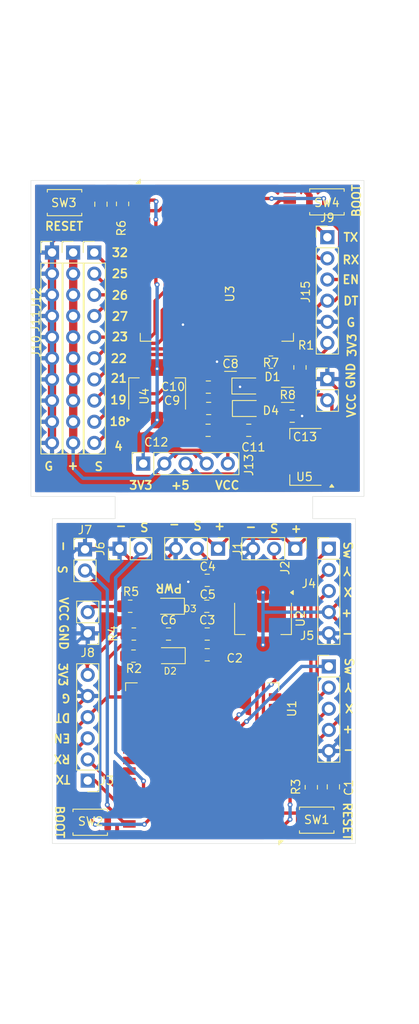
<source format=kicad_pcb>
(kicad_pcb (version 20241229) (generator "pcbnew") (generator_version "9.0")
  (layers (0 "F.Cu" signal) (2 "B.Cu" signal) (13 "F.Paste" user) (15 "B.Paste" user) (5 "F.SilkS" user "F.Silkscreen") (7 "B.SilkS" user "B.Silkscreen") (1 "F.Mask" user) (3 "B.Mask" user) (25 "Edge.Cuts" user))
  (net 0 "")
  (net 1 "EN")
  (net 2 "GND")
  (net 3 "+3V3")
  (net 4 "+5V")
  (net 5 "R_EN")
  (net 6 "Net-(D2-A)")
  (net 7 "Net-(D3-A)")
  (net 8 "Net-(J1-Pin_2)")
  (net 9 "Net-(J2-Pin_2)")
  (net 10 "TX")
  (net 11 "RX")
  (net 12 "IO0")
  (net 13 "Net-(J4-Pin_1)")
  (net 14 "Net-(J4-Pin_2)")
  (net 15 "Net-(J4-Pin_3)")
  (net 16 "Net-(J5-Pin_1)")
  (net 17 "Net-(J5-Pin_2)")
  (net 18 "Net-(J5-Pin_3)")
  (net 19 "Net-(J6-Pin_2)")
  (net 20 "Net-(J7-Pin_2)")
  (net 35 "GPIO2")
  (net 41 "GND1")
  (net 42 "R_IO0")
  (net 43 "+3.3V")
  (net 44 "+5VA")
  (net 45 "Net-(D1-A)")
  (net 46 "Net-(D4-A)")
  (net 47 "R_TX")
  (net 48 "R_RX")
  (net 49 "Net-(J11-Pin_1)")
  (net 50 "Net-(J12-Pin_9)")
  (net 51 "Net-(J12-Pin_8)")
  (net 52 "Net-(J12-Pin_4)")
  (net 53 "Net-(J12-Pin_7)")
  (net 54 "Net-(J12-Pin_3)")
  (net 55 "Net-(J12-Pin_10)")
  (net 56 "Net-(J12-Pin_6)")
  (net 57 "Net-(J12-Pin_2)")
  (net 58 "Net-(J12-Pin_5)")
  (net 59 "Net-(J12-Pin_1)")
  (net 60 "R_GPIO2")
  (net 74 "+5VL")
  (footprint "Connector_PinHeader_2.54mm:PinHeader_1x06_P2.54mm_Vertical" (layer "F.Cu") (at 127.17 43.97)
    (property "Reference" "J9")
    (property "Value" "Conn_01x06_Pin")
  )
  (footprint "Connector_PinHeader_2.54mm:PinHeader_1x10_P2.54mm_Vertical" (layer "F.Cu") (at 96.643809 45.81)
    (property "Reference" "J11")
    (property "Value" "Conn_01x10_Pin")
  )
  (footprint "Connector_PinHeader_2.54mm:PinHeader_1x03_P2.54mm_Vertical" (layer "F.Cu") (at 123.32 81.375 -90)
    (property "Reference" "J2")
    (property "Value" "POT1")
  )
  (footprint "Resistor_SMD:R_0805_2012Metric_Pad1.20x1.40mm_HandSolder" (layer "F.Cu") (at 103.9325 91.625 180)
    (property "Reference" "R4")
    (property "Value" "10K")
  )
  (footprint "RF_Module:ESP32-WROOM-32E" (layer "F.Cu") (at 112.145 110.435 180)
    (property "Reference" "U1")
    (property "Value" "ESP32-WROOM-32UE")
  )
  (footprint "Resistor_SMD:R_0805_2012Metric_Pad1.20x1.40mm_HandSolder" (layer "F.Cu") (at 103.895 94.275)
    (property "Reference" "R2")
    (property "Value" "330R")
  )
  (footprint "Capacitor_SMD:C_0805_2012Metric_Pad1.18x1.45mm_HandSolder" (layer "F.Cu") (at 122.9525 65.46)
    (property "Reference" "C13")
    (property "Value" "22uF")
  )
  (footprint "Capacitor_SMD:C_0805_2012Metric_Pad1.18x1.45mm_HandSolder" (layer "F.Cu") (at 117.73 67.16 180)
    (property "Reference" "C11")
    (property "Value" "22uF")
  )
  (footprint "Resistor_SMD:R_1206_3216Metric_Pad1.30x1.75mm_HandSolder" (layer "F.Cu") (at 122.3825 62.9)
    (property "Reference" "R8")
    (property "Value" "2K")
  )
  (footprint "Connector_PinSocket_2.54mm:PinSocket_1x05_P2.54mm_Vertical" (layer "F.Cu") (at 105.06 71.155 90)
    (property "Reference" "J13")
    (property "Value" "Conn_01x05_Pin")
  )
  (footprint "Resistor_SMD:R_0805_2012Metric_Pad1.20x1.40mm_HandSolder" (layer "F.Cu") (at 102.58 39.97 90)
    (property "Reference" "R6")
    (property "Value" "10k")
  )
  (footprint "LED_SMD:LED_0805_2012Metric_Pad1.15x1.40mm_HandSolder" (layer "F.Cu") (at 108.145 88.288334 180)
    (property "Reference" "D3")
    (property "Value" "LED")
  )
  (footprint "Button_Switch_SMD:SW_Push_SPST_NO_Alps_SKRK" (layer "F.Cu") (at 98.695 114.225)
    (property "Reference" "SW2")
    (property "Value" "BOOT")
  )
  (footprint "Capacitor_SMD:C_0805_2012Metric_Pad1.18x1.45mm_HandSolder" (layer "F.Cu") (at 112.9175 64.535 180)
    (property "Reference" "C9")
    (property "Value" "0.1uf")
  )
  (footprint "Capacitor_SMD:C_0805_2012Metric_Pad1.18x1.45mm_HandSolder" (layer "F.Cu") (at 112.745 85.175 180)
    (property "Reference" "C4")
    (property "Value" "22uF")
  )
  (footprint "Capacitor_SMD:C_0805_2012Metric_Pad1.18x1.45mm_HandSolder" (layer "F.Cu") (at 127.895 109.975 90)
    (property "Reference" "C1")
    (property "Value" "0.1uF")
  )
  (footprint "Capacitor_SMD:C_0805_2012Metric_Pad1.18x1.45mm_HandSolder" (layer "F.Cu") (at 112.695 88.288334 180)
    (property "Reference" "C5")
    (property "Value" "22uF")
  )
  (footprint "Connector_PinHeader_2.54mm:PinHeader_1x05_P2.54mm_Vertical" (layer "F.Cu") (at 127.345 95.515)
    (property "Reference" "J5")
    (property "Value" "JOY2")
  )
  (footprint "Connector_PinHeader_2.54mm:PinHeader_1x02_P2.54mm_Vertical" (layer "F.Cu") (at 98.395 91.5425 180)
    (property "Reference" "J8")
    (property "Value" "Conn_01x02_Socket")
  )
  (footprint "Resistor_SMD:R_0805_2012Metric_Pad1.20x1.40mm_HandSolder" (layer "F.Cu") (at 125.245 110.025 90)
    (property "Reference" "R3")
    (property "Value" "10k")
  )
  (footprint "Capacitor_SMD:C_0805_2012Metric_Pad1.18x1.45mm_HandSolder" (layer "F.Cu") (at 112.745 94.115)
    (property "Reference" "C2")
    (property "Value" "0.1uf")
  )
  (footprint "Package_TO_SOT_SMD:SOT-223-3_TabPin2" (layer "F.Cu") (at 106.73 62.77 90)
    (property "Reference" "U4")
    (property "Value" "AMS1117-3.3")
  )
  (footprint "Connector_PinHeader_2.54mm:PinHeader_1x02_P2.54mm_Vertical" (layer "F.Cu") (at 127.17 61.01)
    (property "Reference" "J15")
    (property "Value" "Conn_01x02_Socket")
  )
  (footprint "Capacitor_SMD:C_0805_2012Metric_Pad1.18x1.45mm_HandSolder" (layer "F.Cu") (at 108.095 91.625)
    (property "Reference" "C6")
    (property "Value" "0.1uF")
  )
  (footprint "Package_TO_SOT_SMD:SOT-223-3_TabPin2" (layer "F.Cu") (at 119.445 89.775 -90)
    (property "Reference" "U2")
    (property "Value" "AMS1117-3.3")
  )
  (footprint "RF_Module:ESP32-WROOM-32E" (layer "F.Cu") (at 113.905 43.51)
    (property "Reference" "U3")
    (property "Value" "ESP32-WROOM-32UE")
  )
  (footprint "Connector_PinHeader_2.54mm:PinHeader_1x03_P2.54mm_Vertical" (layer "F.Cu") (at 114.045 81.375 -90)
    (property "Reference" "J1")
    (property "Value" "POT2")
  )
  (footprint "LED_SMD:LED_0805_2012Metric_Pad1.15x1.40mm_HandSolder" (layer "F.Cu") (at 117.63 64.54)
    (property "Reference" "D4")
    (property "Value" "LED")
  )
  (footprint "Capacitor_SMD:C_0805_2012Metric_Pad1.18x1.45mm_HandSolder" (layer "F.Cu") (at 99.98 40.0075 90)
    (property "Reference" "C7" (hide yes))
    (property "Value" "0.1uF")
  )
  (footprint "Resistor_SMD:R_0805_2012Metric_Pad1.20x1.40mm_HandSolder" (layer "F.Cu") (at 103.495 88.288334 180)
    (property "Reference" "R5")
    (property "Value" "2K")
  )
  (footprint "Capacitor_SMD:C_0805_2012Metric_Pad1.18x1.45mm_HandSolder" (layer "F.Cu") (at 112.745 91.625)
    (property "Reference" "C3")
    (property "Value" "22uf")
  )
  (footprint "Connector_PinHeader_2.54mm:PinHeader_1x10_P2.54mm_Vertical" (layer "F.Cu") (at 94.103809 45.81)
    (property "Reference" "J10")
    (property "Value" "Conn_01x10_Pin")
  )
  (footprint "LED_SMD:LED_0805_2012Metric_Pad1.15x1.40mm_HandSolder" (layer "F.Cu") (at 117.57 61.84)
    (property "Reference" "D1")
    (property "Value" "Transmission Good")
  )
  (footprint "Resistor_SMD:R_0805_2012Metric_Pad1.20x1.40mm_HandSolder" (layer "F.Cu") (at 123.8825 59.61 -90)
    (property "Reference" "R1")
    (property "Value" "330R")
  )
  (footprint "Connector_PinHeader_2.54mm:PinHeader_1x05_P2.54mm_Vertical" (layer "F.Cu") (at 127.345 81.375)
    (property "Reference" "J4")
    (property "Value" "JOY1")
  )
  (footprint "Connector_PinHeader_2.54mm:PinHeader_1x02_P2.54mm_Vertical" (layer "F.Cu") (at 98.07 81.46)
    (property "Reference" "J7")
    (property "Value" "Conn_01x02_Pin")
  )
  (footprint "Connector_PinHeader_2.54mm:PinHeader_1x06_P2.54mm_Vertical" (layer "F.Cu") (at 98.395 109.225 180)
    (property "Reference" "J3")
    (property "Value" "Conn_01x06_Pin")
  )
  (footprint "Button_Switch_SMD:SW_Push_SPST_NO_Alps_SKRK" (layer "F.Cu") (at 125.895 113.975 180)
    (property "Reference" "SW1")
    (property "Value" "RESET")
  )
  (footprint "Capacitor_SMD:C_1206_3216Metric_Pad1.33x1.80mm_HandSolder" (layer "F.Cu") (at 115.54 59.17 180)
    (property "Reference" "C8")
    (property "Value" "0.1uF")
  )
  (footprint "Capacitor_SMD:C_0805_2012Metric_Pad1.18x1.45mm_HandSolder" (layer "F.Cu") (at 112.85 67.16)
    (property "Reference" "C12")
    (property "Value" "22uF")
  )
  (footprint "LED_SMD:LED_0805_2012Metric_Pad1.15x1.40mm_HandSolder" (layer "F.Cu") (at 108.245 94.225 180)
    (property "Reference" "D2")
    (property "Value" "Transmission Good")
  )
  (footprint "Button_Switch_SMD:SW_Push_SPST_NO_Alps_SKRK" (layer "F.Cu") (at 95.61 39.82)
    (property "Reference" "SW3")
    (property "Value" "RESET")
  )
  (footprint "Connector_PinHeader_2.54mm:PinHeader_1x10_P2.54mm_Vertical" (layer "F.Cu") (at 99.183809 45.81)
    (property "Reference" "J12")
    (property "Value" "Conn_01x10_Pin")
  )
  (footprint "Package_TO_SOT_SMD:SOT-223-3_TabPin2" (layer "F.Cu") (at 124.57 70.35 180)
    (property "Reference" "U5")
    (property "Value" "AMS1117-5.0")
  )
  (footprint "Connector_PinHeader_2.54mm:PinHeader_1x02_P2.54mm_Vertical" (layer "F.Cu") (at 102.22 81.375 90)
    (property "Reference" "J6")
    (property "Value" "Conn_01x02_Pin")
  )
  (footprint "Capacitor_SMD:C_0805_2012Metric_Pad1.18x1.45mm_HandSolder" (layer "F.Cu") (at 112.88 61.97 180)
    (property "Reference" "C10")
    (property "Value" "22uf")
  )
  (footprint "Button_Switch_SMD:SW_Push_SPST_NO_Alps_SKRK" (layer "F.Cu") (at 127.12 39.73 180)
    (property "Reference" "SW4")
    (property "Value" "BOOT")
  )
  (footprint "Resistor_SMD:R_0805_2012Metric_Pad1.20x1.40mm_HandSolder" (layer "F.Cu") (at 120.39 58.97)
    (property "Reference" "R7")
    (property "Value" "10K")
  )
  (gr_line (start 94.145 116.775) (end 94.145 77.77) (stroke (width 0.05)) (layer "Edge.Cuts"))
  (gr_line (start 101.69 75.1) (end 91.57 75.1) (stroke (width 0.05)) (layer "Edge.Cuts"))
  (gr_line (start 125.41 77.77) (end 130.545 77.77) (stroke (width 0.05)) (layer "Edge.Cuts"))
  (gr_line (start 91.57 75.1) (end 91.57 37.16) (stroke (width 0.05)) (layer "Edge.Cuts"))
  (gr_line (start 91.57 37.16) (end 131.57 37.16) (stroke (width 0.05)) (layer "Edge.Cuts"))
  (gr_line (start 94.145 77.77) (end 101.69 77.77) (stroke (width 0.05)) (layer "Edge.Cuts"))
  (gr_line (start 131.57 75.1) (end 125.41 75.1) (stroke (width 0.05)) (layer "Edge.Cuts"))
  (gr_line (start 125.41 75.1) (end 125.41 77.77) (stroke (width 0.05)) (layer "Edge.Cuts"))
  (gr_line (start 131.57 37.16) (end 131.57 75.1) (stroke (width 0.05)) (layer "Edge.Cuts"))
  (gr_line (start 130.545 116.775) (end 94.145 116.775) (stroke (width 0.05)) (layer "Edge.Cuts"))
  (gr_line (start 101.69 77.77) (end 101.69 75.1) (stroke (width 0.05)) (layer "Edge.Cuts"))
  (gr_line (start 130.545 77.77) (end 130.545 116.775) (stroke (width 0.05)) (layer "Edge.Cuts"))
  (gr_text "3V3\n" (at 94.82 94.985 270) (layer "F.SilkS") (effects (font (size 1 1) (thickness 0.2) (bold yes)) (justify left bottom)))
  (gr_text "26\n" (at 101.18 51.53 0) (layer "F.SilkS") (effects (font (size 1 1) (thickness 0.2) (bold yes)) (justify left bottom)))
  (gr_text "-\n" (at 95.97 81.825 90) (layer "F.SilkS") (effects (font (size 1 1) (thickness 0.2) (bold yes)) (justify left bottom)))
  (gr_text "X" (at 130.245 85.975 180) (layer "F.SilkS") (effects (font (size 1 1) (thickness 0.2) (bold yes)) (justify left bottom)))
  (gr_text "23\n" (at 101.18 56.52 0) (layer "F.SilkS") (effects (font (size 1 1) (thickness 0.2) (bold yes)) (justify left bottom)))
  (gr_text "X" (at 130.395 99.931 180) (layer "F.SilkS") (effects (font (size 1 1) (thickness 0.2) (bold yes)) (justify left bottom)))
  (gr_text "+\n" (at 123.945 79.775 90) (layer "F.SilkS") (effects (font (size 1 1) (thickness 0.2) (bold yes)) (justify left bottom)))
  (gr_text "RESET" (at 128.995 111.725 270) (layer "F.SilkS") (effects (font (size 1 1) (thickness 0.2) (bold yes)) (justify left bottom)))
  (gr_text "PWR" (at 109.845 85.525 180) (layer "F.SilkS") (effects (font (size 1 1) (thickness 0.2) (bold yes)) (justify left bottom)))
  (gr_text "Sw" (at 129.045 80.419 270) (layer "F.SilkS") (effects (font (size 1 1) (thickness 0.2) (bold yes)) (justify left bottom)))
  (gr_text "VCC\n" (at 94.92 87.085 270) (layer "F.SilkS") (effects (font (size 1 1) (thickness 0.2) (bold yes)) (justify left bottom)))
  (gr_text "+\n" (at 130.395 102.575 180) (layer "F.SilkS") (effects (font (size 1 1) (thickness 0.2) (bold yes)) (justify left bottom)))
  (gr_text "RESET\n" (at 93.16 43.24 0) (layer "F.SilkS") (effects (font (size 1 1) (thickness 0.2) (bold yes)) (justify left bottom)))
  (gr_text "TX" (at 96.42 108.485 180) (layer "F.SilkS") (effects (font (size 1 1) (thickness 0.2) (bold yes)) (justify left bottom)))
  (gr_text "-\n" (at 103.145 78.175 180) (layer "F.SilkS") (effects (font (size 1 1) (thickness 0.2) (bold yes)) (justify left bottom)))
  (gr_text "18" (at 100.93 66.69 0) (layer "F.SilkS") (effects (font (size 1 1) (thickness 0.2) (bold yes)) (justify left bottom)))
  (gr_text "RX" (at 128.87981 47.28 0) (layer "F.SilkS") (effects (font (size 1 1) (thickness 0.2) (bold yes)) (justify left bottom)))
  (gr_text "EN" (at 96.42 103.535 180) (layer "F.SilkS") (effects (font (size 1 1) (thickness 0.2) (bold yes)) (justify left bottom)))
  (gr_text "22\n" (at 101.05 59.13 0) (layer "F.SilkS") (effects (font (size 1 1) (thickness 0.2) (bold yes)) (justify left bottom)))
  (gr_text "S\n" (at 105.795 78.175 180) (layer "F.SilkS") (effects (font (size 1 1) (thickness 0.2) (bold yes)) (justify left bottom)))
  (gr_text "S\n" (at 96.02 84.485 90) (layer "F.SilkS") (effects (font (size 1 1) (thickness 0.2) (bold yes)) (justify left bottom)))
  (gr_text "S\n" (at 121.395 78.291953 180) (layer "F.SilkS") (effects (font (size 1 1) (thickness 0.2) (bold yes)) (justify left bottom)))
  (gr_text "19\n" (at 101 64.1 0) (layer "F.SilkS") (effects (font (size 1 1) (thickness 0.2) (bold yes)) (justify left bottom)))
  (gr_text "+\n" (at 130.245 88.619 180) (layer "F.SilkS") (effects (font (size 1 1) (thickness 0.2) (bold yes)) (justify left bottom)))
  (gr_text "G" (at 129.356 54.8 0) (layer "F.SilkS") (effects (font (size 1 1) (thickness 0.2) (bold yes)) (justify left bottom)))
  (gr_text "-\n" (at 109.545 77.975 180) (layer "F.SilkS") (effects (font (size 1 1) (thickness 0.2) (bold yes)) (justify left bottom)))
  (gr_text "S\n" (at 112.195 77.975 180) (layer "F.SilkS") (effects (font (size 1 1) (thickness 0.2) (bold yes)) (justify left bottom)))
  (gr_text "BOOT" (at 131.25 41.67 90) (layer "F.SilkS") (effects (font (size 1 1) (thickness 0.2) (bold yes)) (justify left bottom)))
  (gr_text "DT" (at 128.975048 52.21 0) (layer "F.SilkS") (effects (font (size 1 1) (thickness 0.2) (bold yes)) (justify left bottom)))
  (gr_text "+\n" (at 95.87 71.97 0) (layer "F.SilkS") (effects (font (size 1 1) (thickness 0.2) (bold yes)) (justify left bottom)))
  (gr_text "25\n" (at 101.18 48.94 0) (layer "F.SilkS") (effects (font (size 1 1) (thickness 0.2) (bold yes)) (justify left bottom)))
  (gr_text "GND" (at 94.92 90.335 270) (layer "F.SilkS") (effects (font (size 1 1) (thickness 0.2) (bold yes)) (justify left bottom)))
  (gr_text "G" (at 93.08 72.07 0) (layer "F.SilkS") (effects (font (size 1 1) (thickness 0.2) (bold yes)) (justify left bottom)))
  (gr_text "3V3\n" (at 103.26 74.35 0) (layer "F.SilkS") (effects (font (size 1 1) (thickness 0.2) (bold yes)) (justify left bottom)))
  (gr_text "Y" (at 130.245 97.425 180) (layer "F.SilkS") (effects (font (size 1 1) (thickness 0.2) (bold yes)) (justify left bottom)))
  (gr_text "EN" (at 128.87981 49.65 0) (layer "F.SilkS") (effects (font (size 1 1) (thickness 0.2) (bold yes)) (justify left bottom)))
  (gr_text "VCC " (at 113.59 74.35 0) (layer "F.SilkS") (effects (font (size 1 1) (thickness 0.2) (bold yes)) (justify left bottom)))
  (gr_text "G" (at 96.42 98.735 180) (layer "F.SilkS") (effects (font (size 1 1) (thickness 0.2) (bold yes)) (justify left bottom)))
  (gr_text "BOOT\n" (at 94.445 112.125 270) (layer "F.SilkS") (effects (font (size 1 1) (thickness 0.2) (bold yes)) (justify left bottom)))
  (gr_text "DT" (at 96.42 101.085 180) (layer "F.SilkS") (effects (font (size 1 1) (thickness 0.2) (bold yes)) (justify left bottom)))
  (gr_text "RX" (at 96.42 106.035 180) (layer "F.SilkS") (effects (font (size 1 1) (thickness 0.2) (bold yes)) (justify left bottom)))
  (gr_text "VCC " (at 130.65 65.74 90) (layer "F.SilkS") (effects (font (size 1 1) (thickness 0.2) (bold yes)) (justify left bottom)))
  (gr_text "S\n" (at 99.11 72.1 0) (layer "F.SilkS") (effects (font (size 1 1) (thickness 0.2) (bold yes)) (justify left bottom)))
  (gr_text "27" (at 101.18 54.07 0) (layer "F.SilkS") (effects (font (size 1 1) (thickness 0.2) (bold yes)) (justify left bottom)))
  (gr_text "21\n" (at 101.05 61.5 0) (layer "F.SilkS") (effects (font (size 1 1) (thickness 0.2) (bold yes)) (justify left bottom)))
  (gr_text "-\n" (at 118.745 78.291953 180) (layer "F.SilkS") (effects (font (size 1 1) (thickness 0.2) (bold yes)) (justify left bottom)))
  (gr_text "32\n" (at 101.18 46.41 0) (layer "F.SilkS") (effects (font (size 1 1) (thickness 0.2) (bold yes)) (justify left bottom)))
  (gr_text "4\n" (at 101.48 69.66 0) (layer "F.SilkS") (effects (font (size 1 1) (thickness 0.2) (bold yes)) (justify left bottom)))
  (gr_text "TX" (at 128.998857 44.57 0) (layer "F.SilkS") (effects (font (size 1 1) (thickness 0.2) (bold yes)) (justify left bottom)))
  (gr_text "Y" (at 130.095 83.469 180) (layer "F.SilkS") (effects (font (size 1 1) (thickness 0.2) (bold yes)) (justify left bottom)))
  (gr_text "GND" (at 130.57 62.26 90) (layer "F.SilkS") (effects (font (size 1 1) (thickness 0.2) (bold yes)) (justify left bottom)))
  (gr_text "_\n" (at 130.245 105.525 180) (layer "F.SilkS") (effects (font (size 1 1) (thickness 0.2) (bold yes)) (justify left bottom)))
  (gr_text "Sw" (at 129.195 94.375 270) (layer "F.SilkS") (effects (font (size 1 1) (thickness 0.2) (bold yes)) (justify left bottom)))
  (gr_text "+5" (at 108.29 74.35 0) (layer "F.SilkS") (effects (font (size 1 1) (thickness 0.2) (bold yes)) (justify left bottom)))
  (gr_text "_\n" (at 130.095 91.569 180) (layer "F.SilkS") (effects (font (size 1 1) (thickness 0.2) (bold yes)) (justify left bottom)))
  (gr_text "+\n" (at 114.745 79.458047 90) (layer "F.SilkS") (effects (font (size 1 1) (thickness 0.2) (bold yes)) (justify left bottom)))
  (gr_text "3V3\n" (at 130.72 58.45 90) (layer "F.SilkS") (effects (font (size 1 1) (thickness 0.2) (bold yes)) (justify left bottom)))
  (segment (start 123.795 113.125) (end 106.545 113.125) (width 0.4) (layer "F.Cu") (net 1))
  (segment (start 125.245 111.025) (end 124.695 111.025) (width 0.4) (layer "F.Cu") (net 1))
  (segment (start 123.795 113.975) (end 123.795 113.125) (width 0.4) (layer "F.Cu") (net 1))
  (segment (start 106.545 113.125) (end 105.195 114.475) (width 0.4) (layer "F.Cu") (net 1))
  (segment (start 96.745 111.925) (end 99.295 114.475) (width 0.4) (layer "F.Cu") (net 1))
  (segment (start 98.345 104.145) (end 96.745 105.745) (width 0.4) (layer "F.Cu") (net 1))
  (segment (start 125.245 111.025) (end 127.8825 111.025) (width 0.4) (layer "F.Cu") (net 1))
  (segment (start 123.795 111.925) (end 123.795 113.975) (width 0.4) (layer "F.Cu") (net 1))
  (segment (start 124.695 111.025) (end 123.795 111.925) (width 0.4) (layer "F.Cu") (net 1))
  (segment (start 96.745 105.745) (end 96.745 111.925) (width 0.4) (layer "F.Cu") (net 1))
  (via (at 99.295 114.475) (size 0.6) (drill 0.3) (layers "F.Cu" "B.Cu") (net 1))
  (via (at 105.195 114.475) (size 0.6) (drill 0.3) (layers "F.Cu" "B.Cu") (net 1))
  (segment (start 105.195 114.475) (end 99.295 114.475) (width 0.4) (layer "B.Cu") (net 1))
  (segment (start 111.7075 94.8875) (end 111.7075 94.115) (width 0.4) (layer "F.Cu") (net 2))
  (segment (start 126.345 115.725) (end 101.095 115.725) (width 0.4) (layer "F.Cu") (net 2))
  (segment (start 120.295 88.075) (end 115.257832 88.075) (width 0.4) (layer "F.Cu") (net 2))
  (segment (start 100.795 115.425) (end 100.795 114.225) (width 0.4) (layer "F.Cu") (net 2))
  (segment (start 101.095 115.725) (end 100.795 115.425) (width 0.4) (layer "F.Cu") (net 2))
  (segment (start 111.6575 88.288334) (end 109.206666 88.288334) (width 0.4) (layer "F.Cu") (net 2))
  (segment (start 129.1575 108.9375) (end 129.595 109.375) (width 0.4) (layer "F.Cu") (net 2))
  (segment (start 127.895 108.9375) (end 129.1575 108.9375) (width 0.4) (layer "F.Cu") (net 2))
  (segment (start 115.257832 88.075) (end 113.957832 86.775) (width 0.4) (layer "F.Cu") (net 2))
  (segment (start 111.7075 94.115) (end 109.38 94.115) (width 0.4) (layer "F.Cu") (net 2))
  (segment (start 111.7075 86.775) (end 111.7075 94.115) (width 0.4) (layer "F.Cu") (net 2))
  (segment (start 117.395 95.725) (end 112.545 95.725) (width 0.4) (layer "F.Cu") (net 2))
  (segment (start 100.795 116.025) (end 95.895 116.025) (width 0.4) (layer "F.Cu") (net 2))
  (segment (start 111.7075 85.375) (end 111.7075 86.775) (width 0.4) (layer "F.Cu") (net 2))
  (segment (start 100.795 114.225) (end 100.795 116.025) (width 0.4) (layer "F.Cu") (net 2))
  (segment (start 107.845 82.625) (end 103.47 82.625) (width 0.4) (layer "F.Cu") (net 2))
  (segment (start 129.595 112.475) (end 126.345 115.725) (width 0.4) (layer "F.Cu") (net 2))
  (segment (start 129.595 109.375) (end 129.595 112.475) (width 0.4) (layer "F.Cu") (net 2))
  (segment (start 113.957832 86.775) (end 111.7075 86.775) (width 0.4) (layer "F.Cu") (net 2))
  (segment (start 95.895 116.025) (end 95.145 115.275) (width 0.4) (layer "F.Cu") (net 2))
  (segment (start 121.745 86.625) (end 120.295 88.075) (width 0.4) (layer "F.Cu") (net 2))
  (segment (start 102.22 81.375) (end 98.455 81.375) (width 0.4) (layer "F.Cu") (net 2))
  (segment (start 111.7075 85.375) (end 110.47 85.375) (width 0.4) (layer "F.Cu") (net 2))
  (segment (start 117.76 97.615) (end 117.76 96.09) (width 0.4) (layer "F.Cu") (net 2))
  (segment (start 127.345 108.3875) (end 127.895 108.9375) (width 0.4) (layer "F.Cu") (net 2))
  (segment (start 103.47 82.625) (end 102.22 81.375) (width 0.4) (layer "F.Cu") (net 2))
  (segment (start 127.345 105.675) (end 127.345 108.3875) (width 0.4) (layer "F.Cu") (net 2))
  (segment (start 95.145 102.265) (end 98.395 99.015) (width 0.4) (layer "F.Cu") (net 2))
  (segment (start 95.145 115.275) (end 95.145 102.265) (width 0.4) (layer "F.Cu") (net 2))
  (segment (start 112.545 95.725) (end 111.7075 94.8875) (width 0.4) (layer "F.Cu") (net 2))
  (segment (start 117.76 96.09) (end 117.395 95.725) (width 0.4) (layer "F.Cu") (net 2))
  (segment (start 109.1325 91.625) (end 109.1325 94.0875) (width 0.4) (layer "F.Cu") (net 2))
  (segment (start 108.89 81.58) (end 107.845 82.625) (width 0.4) (layer "F.Cu") (net 2))
  (segment (start 111.7075 91.525) (end 109.2325 91.525) (width 0.4) (layer "F.Cu") (net 2))
  (via (at 110.47 85.35) (size 0.6) (drill 0.3) (layers "F.Cu" "B.Cu") (net 2))
  (segment (start 98.395 81.435) (end 97.02 81.435) (width 0.4) (layer "B.Cu") (net 2))
  (segment (start 108.89 82.875) (end 108.89 81.375) (width 0.4) (layer "B.Cu") (net 2))
  (segment (start 129.845 103.175) (end 129.845 92.875) (width 0.4) (layer "B.Cu") (net 2))
  (segment (start 110.47 85.35) (end 110.495 85.375) (width 0.4) (layer "B.Cu") (net 2))
  (segment (start 118.24 81.375) (end 116.69 82.925) (width 0.4) (layer "B.Cu") (net 2))
  (segment (start 97.02 81.435) (end 96.395 82.06) (width 0.4) (layer "B.Cu") (net 2))
  (segment (start 96.395 89.325) (end 98.395 91.325) (width 0.4) (layer "B.Cu") (net 2))
  (segment (start 127.345 105.675) (end 129.845 103.175) (width 0.4) (layer "B.Cu") (net 2))
  (segment (start 129.845 92.875) (end 128.685 92.875) (width 0.4) (layer "B.Cu") (net 2))
  (segment (start 116.69 82.925) (end 108.94 82.925) (width 0.4) (layer "B.Cu") (net 2))
  (segment (start 108.89 81.375) (end 108.89 83.77) (width 0.4) (layer "B.Cu") (net 2))
  (segment (start 108.94 82.925) (end 108.89 82.875) (width 0.4) (layer "B.Cu") (net 2))
  (segment (start 108.89 83.77) (end 110.47 85.35) (width 0.4) (layer "B.Cu") (net 2))
  (segment (start 96.395 82.06) (end 96.395 89.325) (width 0.4) (layer "B.Cu") (net 2))
  (segment (start 128.685 92.875) (end 127.345 91.535) (width 0.4) (layer "B.Cu") (net 2))
  (segment (start 96.845 92.875) (end 96.845 97.565) (width 0.4) (layer "B.Cu") (net 2))
  (segment (start 98.395 91.325) (end 96.845 92.875) (width 0.4) (layer "B.Cu") (net 2))
  (segment (start 96.845 97.565) (end 98.345 99.065) (width 0.4) (layer "B.Cu") (net 2))
  (segment (start 115.22 80.125) (end 113.97 81.375) (width 0.4) (layer "F.Cu") (net 3))
  (segment (start 96.295 93.275) (end 98.345 95.325) (width 0.4) (layer "F.Cu") (net 3))
  (segment (start 123.32 81.375) (end 125.42 79.275) (width 0.4) (layer "F.Cu") (net 3))
  (segment (start 120.945 114.475) (end 122.095002 114.475) (width 0.4) (layer "F.Cu") (net 3))
  (segment (start 122.695 111.285662) (end 122.695 112.125) (width 0.4) (layer "F.Cu") (net 3))
  (segment (start 113.7825 91.525) (end 113.7825 94.115) (width 0.4) (layer "F.Cu") (net 3))
  (segment (start 102.9325 91.625) (end 102.045 91.625) (width 0.4) (layer "F.Cu") (net 3))
  (segment (start 98.345 95.325) (end 98.345 96.525) (width 0.4) (layer "F.Cu") (net 3))
  (segment (start 113.7825 94.115) (end 113.7825 88.338334) (width 0.4) (layer "F.Cu") (net 3))
  (segment (start 96.995 79.225) (end 96.295 79.925) (width 0.4) (layer "F.Cu") (net 3))
  (segment (start 123.32 81.375) (end 122.07 80.125) (width 0.4) (layer "F.Cu") (net 3))
  (segment (start 129.245 90.895) (end 129.245 101.235) (width 0.4) (layer "F.Cu") (net 3))
  (segment (start 96.295 79.925) (end 96.295 93.275) (width 0.4) (layer "F.Cu") (net 3))
  (segment (start 129.345 79.275) (end 129.345 86.995) (width 0.4) (layer "F.Cu") (net 3))
  (segment (start 129.245 101.235) (end 127.345 103.135) (width 0.4) (layer "F.Cu") (net 3))
  (segment (start 102.045 91.625) (end 98.345 95.325) (width 0.4) (layer "F.Cu") (net 3))
  (segment (start 125.245 105.235) (end 127.345 103.135) (width 0.4) (layer "F.Cu") (net 3))
  (segment (start 124.955662 109.025) (end 122.695 111.285662) (width 0.4) (layer "F.Cu") (net 3))
  (segment (start 113.97 81.375) (end 111.82 79.225) (width 0.4) (layer "F.Cu") (net 3))
  (segment (start 111.82 79.225) (end 96.995 79.225) (width 0.4) (layer "F.Cu") (net 3))
  (segment (start 119.445 92.925) (end 118.045 91.525) (width 0.4) (layer "F.Cu") (net 3))
  (segment (start 125.245 109.025) (end 125.245 105.235) (width 0.4) (layer "F.Cu") (net 3))
  (segment (start 122.095002 114.475) (end 122.695002 113.875) (width 0.4) (layer "F.Cu") (net 3))
  (segment (start 118.045 91.525) (end 113.7825 91.525) (width 0.4) (layer "F.Cu") (net 3))
  (segment (start 129.345 86.995) (end 127.345 88.995) (width 0.4) (layer "F.Cu") (net 3))
  (segment (start 122.07 80.125) (end 115.22 80.125) (width 0.4) (layer "F.Cu") (net 3))
  (segment (start 125.42 79.275) (end 129.345 79.275) (width 0.4) (layer "F.Cu") (net 3))
  (segment (start 127.345 88.995) (end 129.245 90.895) (width 0.4) (layer "F.Cu") (net 3))
  (via (at 122.695002 113.875) (size 0.6) (drill 0.3) (layers "F.Cu" "B.Cu") (net 3))
  (via (at 119.445 92.925) (size 0.6) (drill 0.3) (layers "F.Cu" "B.Cu") (net 3))
  (via (at 119.445 86.625) (size 0.6) (drill 0.3) (layers "F.Cu" "B.Cu") (net 3))
  (via (at 122.695 112.125) (size 0.6) (drill 0.3) (layers "F.Cu" "B.Cu") (net 3))
  (segment (start 122.695002 113.875) (end 122.695002 112.160414) (width 0.4) (layer "B.Cu") (net 3))
  (segment (start 119.615 88.995) (end 119.595 88.975) (width 0.4) (layer "B.Cu") (net 3))
  (segment (start 127.345 88.995) (end 119.615 88.995) (width 0.4) (layer "B.Cu") (net 3))
  (segment (start 119.445 86.625) (end 119.445 92.925) (width 0.4) (layer "B.Cu") (net 3))
  (segment (start 98.855 88.325) (end 98.395 88.785) (width 0.4) (layer "F.Cu") (net 4))
  (segment (start 105.495 83.775) (end 102.595 86.675) (width 0.4) (layer "F.Cu") (net 4))
  (segment (start 115.445 86.625) (end 112.595 83.775) (width 0.4) (layer "F.Cu") (net 4))
  (segment (start 112.595 83.775) (end 105.495 83.775) (width 0.4) (layer "F.Cu") (net 4))
  (segment (start 102.595 88.325) (end 98.855 88.325) (width 0.4) (layer "F.Cu") (net 4))
  (segment (start 117.145 86.625) (end 115.445 86.625) (width 0.4) (layer "F.Cu") (net 4))
  (segment (start 98.695 88.785) (end 99.105 88.375) (width 0.4) (layer "F.Cu") (net 4))
  (segment (start 102.595 86.675) (end 102.595 88.325) (width 0.4) (layer "F.Cu") (net 4))
  (segment (start 106.96 40.79) (end 108.43 39.32) (width 0.4) (layer "F.Cu") (net 5))
  (segment (start 128.65 43.14) (end 126.73 41.22) (width 0.4) (layer "F.Cu") (net 5))
  (segment (start 128.47 49.05) (end 128.65 48.87) (width 0.4) (layer "F.Cu") (net 5))
  (segment (start 126.73 41.22) (end 126.73 39.32) (width 0.4) (layer "F.Cu") (net 5))
  (segment (start 98.65 40.79) (end 105.155 40.79) (width 0.4) (layer "F.Cu") (net 5))
  (segment (start 97.75 39.89) (end 98.65 40.79) (width 0.4) (layer "F.Cu") (net 5))
  (segment (start 105.155 40.79) (end 106.96 40.79) (width 0.4) (layer "F.Cu") (net 5))
  (segment (start 128.65 48.87) (end 128.65 43.14) (width 0.4) (layer "F.Cu") (net 5))
  (segment (start 108.43 39.32) (end 120.48 39.32) (width 0.4) (layer "F.Cu") (net 5))
  (segment (start 127.17 49.05) (end 128.47 49.05) (width 0.4) (layer "F.Cu") (net 5))
  (via (at 120.48 39.32) (size 0.6) (drill 0.3) (layers "F.Cu" "B.Cu") (net 5))
  (via (at 126.73 39.32) (size 0.6) (drill 0.3) (layers "F.Cu" "B.Cu") (net 5))
  (segment (start 126.73 39.32) (end 120.48 39.32) (width 0.4) (layer "B.Cu") (net 5))
  (segment (start 107.22 94.225) (end 104.945 94.225) (width 0.4) (layer "F.Cu") (net 6))
  (segment (start 107.12 88.325) (end 104.495 88.325) (width 0.4) (layer "F.Cu") (net 7))
  (segment (start 120.475 111.885) (end 119.805 111.885) (width 0.4) (layer "F.Cu") (net 8))
  (segment (start 122.895 92.655064) (end 118.71 96.840064) (width 0.4) (layer "F.Cu") (net 8))
  (segment (start 118.71 97.225) (end 118.71 96.74) (width 0.4) (layer "F.Cu") (net 8))
  (segment (start 111.545 81.375) (end 114.22 84.05) (width 0.4) (layer "F.Cu") (net 8))
  (segment (start 119.805 111.885) (end 118.71 110.79) (width 0.4) (layer "F.Cu") (net 8))
  (segment (start 122.895 85.678984) (end 122.895 92.655064) (width 0.4) (layer "F.Cu") (net 8))
  (segment (start 118.71 96.840064) (end 118.71 97.225) (width 0.4) (layer "F.Cu") (net 8))
  (segment (start 114.22 84.05) (end 121.266016 84.05) (width 0.4) (layer "F.Cu") (net 8))
  (segment (start 121.266016 84.05) (end 122.895 85.678984) (width 0.4) (layer "F.Cu") (net 8))
  (segment (start 118.71 110.79) (end 118.71 97.225) (width 0.4) (layer "F.Cu") (net 8))
  (segment (start 119.495 97.114339) (end 119.495 110.365) (width 0.4) (layer "F.Cu") (net 9))
  (segment (start 123.695 85.425) (end 123.695 92.914339) (width 0.4) (layer "F.Cu") (net 9))
  (segment (start 119.745 110.615) (end 120.895 110.615) (width 0.4) (layer "F.Cu") (net 9))
  (segment (start 123.695 92.914339) (end 119.495 97.114339) (width 0.4) (layer "F.Cu") (net 9))
  (segment (start 120.78 82.51) (end 123.695 85.425) (width 0.4) (layer "F.Cu") (net 9))
  (segment (start 120.78 81.375) (end 120.78 82.51) (width 0.4) (layer "F.Cu") (net 9))
  (segment (start 119.495 110.365) (end 119.745 110.615) (width 0.4) (layer "F.Cu") (net 9))
  (segment (start 101.915661 111.885) (end 99.255661 109.225) (width 0.4) (layer "F.Cu") (net 10))
  (segment (start 99.255661 109.225) (end 98.345 109.225) (width 0.4) (layer "F.Cu") (net 10))
  (segment (start 102.975 111.885) (end 101.915661 111.885) (width 0.4) (layer "F.Cu") (net 10))
  (segment (start 103.395 110.615) (end 102.325 110.615) (width 0.4) (layer "F.Cu") (net 11))
  (segment (start 102.325 110.615) (end 98.395 106.685) (width 0.4) (layer "F.Cu") (net 11))
  (segment (start 95.995 103.955) (end 95.995 113.625) (width 0.4) (layer "F.Cu") (net 12))
  (segment (start 95.995 113.625) (end 96.595 114.225) (width 0.4) (layer "F.Cu") (net 12))
  (segment (start 107.0575 91.625) (end 104.9325 91.625) (width 0.4) (layer "F.Cu") (net 12))
  (segment (start 100.845 99.185) (end 103.395 99.185) (width 0.4) (layer "F.Cu") (net 12))
  (segment (start 100.765 99.185) (end 95.995 103.955) (width 0.4) (layer "F.Cu") (net 12))
  (segment (start 104.9325 91.625) (end 103.5825 92.975) (width 0.4) (layer "F.Cu") (net 12))
  (segment (start 100.845 94.561028) (end 100.845 99.185) (width 0.4) (layer "F.Cu") (net 12))
  (segment (start 102.431028 92.975) (end 100.845 94.561028) (width 0.4) (layer "F.Cu") (net 12))
  (segment (start 103.5825 92.975) (end 102.431028 92.975) (width 0.4) (layer "F.Cu") (net 12))
  (segment (start 103.395 99.185) (end 100.765 99.185) (width 0.4) (layer "F.Cu") (net 12))
  (segment (start 116.562928 101.446411) (end 116.562928 101.312124) (width 0.4) (layer "F.Cu") (net 13))
  (segment (start 124.445 84.275) (end 124.445 93.664311) (width 0.4) (layer "F.Cu") (net 13))
  (segment (start 103.555 105.475) (end 112.534339 105.475) (width 0.4) (layer "F.Cu") (net 13))
  (segment (start 124.445 93.664311) (end 120.43966 97.669651) (width 0.4) (layer "F.Cu") (net 13))
  (segment (start 112.534339 105.475) (end 116.562928 101.446411) (width 0.4) (layer "F.Cu") (net 13))
  (segment (start 127.345 81.375) (end 124.445 84.275) (width 0.4) (layer "F.Cu") (net 13))
  (via (at 116.562928 101.312124) (size 0.6) (drill 0.3) (layers "F.Cu" "B.Cu") (net 13))
  (via (at 120.43966 97.669651) (size 0.6) (drill 0.3) (layers "F.Cu" "B.Cu") (net 13))
  (segment (start 116.797187 101.312124) (end 116.562928 101.312124) (width 0.4) (layer "B.Cu") (net 13))
  (segment (start 120.43966 97.669651) (end 116.797187 101.312124) (width 0.4) (layer "B.Cu") (net 13))
  (segment (start 127.345 83.915) (end 125.195 86.065) (width 0.4) (layer "F.Cu") (net 14))
  (segment (start 122.395 104.725) (end 121.585 105.535) (width 0.4) (layer "F.Cu") (net 14))
  (segment (start 121.585 105.535) (end 121.115 105.535) (width 0.4) (layer "F.Cu") (net 14))
  (segment (start 122.395 100.825) (end 122.395 104.725) (width 0.4) (layer "F.Cu") (net 14))
  (segment (start 125.195 98.025) (end 122.395 100.825) (width 0.4) (layer "F.Cu") (net 14))
  (segment (start 125.195 86.065) (end 125.195 98.025) (width 0.4) (layer "F.Cu") (net 14))
  (segment (start 123.145 101.125) (end 123.145 105.425) (width 0.4) (layer "F.Cu") (net 15))
  (segment (start 127.345 86.455) (end 125.945 87.855) (width 0.4) (layer "F.Cu") (net 15))
  (segment (start 121.765 106.805) (end 120.895 106.805) (width 0.4) (layer "F.Cu") (net 15))
  (segment (start 125.945 98.325) (end 123.145 101.125) (width 0.4) (layer "F.Cu") (net 15))
  (segment (start 123.145 105.425) (end 121.765 106.805) (width 0.4) (layer "F.Cu") (net 15))
  (segment (start 125.945 87.855) (end 125.945 98.325) (width 0.4) (layer "F.Cu") (net 15))
  (segment (start 117.394996 102.125004) (end 117.466093 102.125004) (width 0.4) (layer "F.Cu") (net 16))
  (segment (start 103.615 106.805) (end 112.715 106.805) (width 0.4) (layer "F.Cu") (net 16))
  (segment (start 112.715 106.805) (end 117.394996 102.125004) (width 0.4) (layer "F.Cu") (net 16))
  (via (at 117.466093 102.125004) (size 0.6) (drill 0.3) (layers "F.Cu" "B.Cu") (net 16))
  (segment (start 127.345 95.515) (end 124.076097 95.515) (width 0.4) (layer "B.Cu") (net 16))
  (segment (start 124.076097 95.515) (end 117.466093 102.125004) (width 0.4) (layer "B.Cu") (net 16))
  (segment (start 123.845 105.875) (end 121.645 108.075) (width 0.4) (layer "F.Cu") (net 17))
  (segment (start 127.345 98.055) (end 123.845 101.555) (width 0.4) (layer "F.Cu") (net 17))
  (segment (start 123.845 101.555) (end 123.845 105.875) (width 0.4) (layer "F.Cu") (net 17))
  (segment (start 121.645 108.075) (end 121.115 108.075) (width 0.4) (layer "F.Cu") (net 17))
  (segment (start 124.595 103.345) (end 124.595 106.325) (width 0.4) (layer "F.Cu") (net 18))
  (segment (start 127.345 100.595) (end 124.595 103.345) (width 0.4) (layer "F.Cu") (net 18))
  (segment (start 121.575 109.345) (end 120.895 109.345) (width 0.4) (layer "F.Cu") (net 18))
  (segment (start 124.595 106.325) (end 121.575 109.345) (width 0.4) (layer "F.Cu") (net 18))
  (segment (start 104.545 113.155) (end 105.095 112.605) (width 0.4) (layer "F.Cu") (net 19))
  (segment (start 103.395 113.155) (end 104.545 113.155) (width 0.4) (layer "F.Cu") (net 19))
  (segment (start 105.095 112.605) (end 105.095 109.275) (width 0.4) (layer "F.Cu") (net 19))
  (via (at 105.095 109.275) (size 0.6) (drill 0.3) (layers "F.Cu" "B.Cu") (net 19))
  (segment (start 101.745 105.875) (end 105.095 109.225) (width 0.4) (layer "B.Cu") (net 19))
  (segment (start 104.995 81.61) (end 101.745 84.86) (width 0.4) (layer "B.Cu") (net 19))
  (segment (start 101.745 84.86) (end 101.745 105.875) (width 0.4) (layer "B.Cu") (net 19))
  (segment (start 105.095 109.225) (end 105.095 109.275) (width 0.4) (layer "B.Cu") (net 19))
  (segment (start 100.745 112.285) (end 100.745 112.125008) (width 0.4) (layer "F.Cu") (net 20))
  (segment (start 102.885 114.425) (end 100.745 112.285) (width 0.4) (layer "F.Cu") (net 20))
  (via (at 100.745 112.125008) (size 0.6) (drill 0.3) (layers "F.Cu" "B.Cu") (net 20))
  (segment (start 98.395 83.975) (end 100.745 86.325) (width 0.4) (layer "B.Cu") (net 20))
  (segment (start 100.745 86.325) (end 100.745 112.125008) (width 0.4) (layer "B.Cu") (net 20))
  (segment (start 102.895 94.4) (end 106.43 97.935) (width 0.4) (layer "F.Cu") (net 35))
  (segment (start 104.775 37.87) (end 105.155 38.25) (width 0.4) (layer "F.Cu") (net 41))
  (segment (start 130.23 53.26) (end 130.23 38.67) (width 0.4) (layer "F.Cu") (net 41))
  (segment (start 127.72 72.65) (end 129.12 71.25) (width 0.4) (layer "F.Cu") (net 41))
  (segment (start 113.917499 59.29) (end 113.917499 58.92) (width 0.4) (layer "F.Cu") (net 41))
  (segment (start 108.23 54.47) (end 109.83 54.47) (width 0.4) (layer "F.Cu") (net 41))
  (segment (start 127.17 54.13) (end 129.36 54.13) (width 0.4) (layer "F.Cu") (net 41))
  (segment (start 102.553809 70.74) (end 102.533809 70.76) (width 0.4) (layer "F.Cu") (net 41))
  (segment (start 122.655 38.25) (end 124.21 38.25) (width 0.4) (layer "F.Cu") (net 41))
  (segment (start 113.975 64.25) (end 116.705 64.25) (width 0.4) (layer "F.Cu") (net 41))
  (segment (start 124.21 38.25) (end 125.02 39.06) (width 0.4) (layer "F.Cu") (net 41))
  (segment (start 113.88 61.92) (end 113.88 66.4325) (width 0.4) (layer "F.Cu") (net 41))
  (segment (start 100.03 37.87) (end 104.775 37.87) (width 0.4) (layer "F.Cu") (net 41))
  (segment (start 99.98 37.92) (end 100.03 37.87) (width 0.4) (layer "F.Cu") (net 41))
  (segment (start 102.78 67.27) (end 102.78 70.513809) (width 0.4) (layer "F.Cu") (net 41))
  (segment (start 94.283809 70.76) (end 94.103809 70.58) (width 0.4) (layer "F.Cu") (net 41))
  (segment (start 129.81 38.25) (end 122.655 38.25) (width 0.4) (layer "F.Cu") (net 41))
  (segment (start 94.103809 70.58) (end 94.103809 68.67) (width 0.4) (layer "F.Cu") (net 41))
  (segment (start 102.78 70.513809) (end 102.533809 70.76) (width 0.4) (layer "F.Cu") (net 41))
  (segment (start 94.33 41.09) (end 94.33 44.390002) (width 0.4) (layer "F.Cu") (net 41))
  (segment (start 102.533809 70.76) (end 94.283809 70.76) (width 0.4) (layer "F.Cu") (net 41))
  (segment (start 99.98 38.97) (end 99.98 37.92) (width 0.4) (layer "F.Cu") (net 41))
  (segment (start 116.705 64.25) (end 116.705 61.9575) (width 0.4) (layer "F.Cu") (net 41))
  (segment (start 116.705 61.9575) (end 116.6875 61.94) (width 0.4) (layer "F.Cu") (net 41))
  (segment (start 129.36 54.13) (end 130.23 53.26) (width 0.4) (layer "F.Cu") (net 41))
  (segment (start 129.12 62.96) (end 127.17 61.01) (width 0.4) (layer "F.Cu") (net 41))
  (segment (start 116.475 66.54) (end 116.475 64.37) (width 0.4) (layer "F.Cu") (net 41))
  (segment (start 108.19 54.51) (end 108.23 54.47) (width 0.4) (layer "F.Cu") (net 41))
  (segment (start 93.55 39.15) (end 94.83 37.87) (width 0.4) (layer "F.Cu") (net 41))
  (segment (start 116.475 64.37) (end 116.645 64.2) (width 0.4) (layer "F.Cu") (net 41))
  (segment (start 125.02 39.06) (end 125.02 39.73) (width 0.4) (layer "F.Cu") (net 41))
  (segment (start 129.12 71.25) (end 129.12 62.96) (width 0.4) (layer "F.Cu") (net 41))
  (segment (start 130.23 38.67) (end 129.81 38.25) (width 0.4) (layer "F.Cu") (net 41))
  (segment (start 93.55 40.31) (end 94.33 41.09) (width 0.4) (layer "F.Cu") (net 41))
  (segment (start 105.155 38.25) (end 122.655 38.25) (width 0.4) (layer "F.Cu") (net 41))
  (segment (start 104.13 65.92) (end 102.78 67.27) (width 0.4) (layer "F.Cu") (net 41))
  (segment (start 94.83 37.87) (end 100.03 37.87) (width 0.4) (layer "F.Cu") (net 41))
  (segment (start 94.103809 68.67) (end 94.103809 45.810002) (width 1) (layer "F.Cu") (net 41))
  (segment (start 113.955 64.27) (end 113.975 64.25) (width 0.4) (layer "F.Cu") (net 41))
  (segment (start 108.19 56.01) (end 108.19 54.51) (width 0.4) (layer "F.Cu") (net 41))
  (via (at 109.83 54.47) (size 0.6) (drill 0.3) (layers "F.Cu" "B.Cu") (net 41))
  (via (at 113.917499 58.92) (size 0.6) (drill 0.3) (layers "F.Cu" "B.Cu") (net 41))
  (via (at 124.1375 65.44) (size 0.6) (drill 0.3) (layers "F.Cu" "B.Cu") (net 41))
  (via (at 116.6875 61.94) (size 0.6) (drill 0.3) (layers "F.Cu" "B.Cu") (net 41))
  (segment (start 115.39 58.92) (end 113.917499 58.92) (width 0.4) (layer "B.Cu") (net 41))
  (segment (start 124.1375 65.44) (end 124.1375 61.4725) (width 0.4) (layer "B.Cu") (net 41))
  (segment (start 113.917499 55.307499) (end 113.917499 58.92) (width 0.4) (layer "B.Cu") (net 41))
  (segment (start 113.08 54.47) (end 113.917499 55.307499) (width 0.4) (layer "B.Cu") (net 41))
  (segment (start 129.03 54.12) (end 127.18 54.12) (width 0.4) (layer "B.Cu") (net 41))
  (segment (start 124.1375 61.4725) (end 124.6 61.01) (width 0.4) (layer "B.Cu") (net 41))
  (segment (start 116.6875 61.94) (end 116.6875 61.690001) (width 0.4) (layer "B.Cu") (net 41))
  (segment (start 128.89 61.01) (end 129.03 60.87) (width 0.4) (layer "B.Cu") (net 41))
  (segment (start 127.18 54.12) (end 127.17 54.13) (width 0.4) (layer "B.Cu") (net 41))
  (segment (start 124.6 61.01) (end 128.89 61.01) (width 0.4) (layer "B.Cu") (net 41))
  (segment (start 113.917499 58.92) (end 116.007499 61.01) (width 0.4) (layer "B.Cu") (net 41))
  (segment (start 116.007499 61.01) (end 124.6 61.01) (width 0.4) (layer "B.Cu") (net 41))
  (segment (start 116.6875 61.690001) (end 116.007499 61.01) (width 0.4) (layer "B.Cu") (net 41))
  (segment (start 109.83 54.47) (end 113.08 54.47) (width 0.4) (layer "B.Cu") (net 41))
  (segment (start 129.03 60.87) (end 129.03 54.12) (width 0.4) (layer "B.Cu") (net 41))
  (segment (start 117.1025 55.2555) (end 117.598 54.76) (width 0.4) (layer "F.Cu") (net 42))
  (segment (start 129.22 40.13) (end 129.22 39.73) (width 0.4) (layer "F.Cu") (net 42))
  (segment (start 117.598 54.76) (end 122.655 54.76) (width 0.4) (layer "F.Cu") (net 42))
  (segment (start 126.74 51.59) (end 127.17 51.59) (width 0.4) (layer "F.Cu") (net 42))
  (segment (start 122.655 54.76) (end 123.57 54.76) (width 0.4) (layer "F.Cu") (net 42))
  (segment (start 128.05 51.59) (end 129.52 50.12) (width 0.4) (layer "F.Cu") (net 42))
  (segment (start 129.52 50.12) (end 129.52 40.43) (width 0.4) (layer "F.Cu") (net 42))
  (segment (start 127.17 51.59) (end 128.05 51.59) (width 0.4) (layer "F.Cu") (net 42))
  (segment (start 119.41 59.15) (end 117.1225 59.15) (width 0.4) (layer "F.Cu") (net 42))
  (segment (start 123.57 54.76) (end 126.74 51.59) (width 0.4) (layer "F.Cu") (net 42))
  (segment (start 129.52 40.43) (end 129.22 40.13) (width 0.4) (layer "F.Cu") (net 42))
  (segment (start 117.1025 59.17) (end 117.1025 55.2555) (width 0.4) (layer "F.Cu") (net 42))
  (segment (start 117.1225 59.15) (end 117.1025 59.17) (width 0.4) (layer "F.Cu") (net 42))
  (segment (start 121.41 60.261) (end 121.2 60.471) (width 0.4) (layer "F.Cu") (net 43))
  (segment (start 111.8425 61.97) (end 113.3415 60.471) (width 0.4) (layer "F.Cu") (net 43))
  (segment (start 127.17 57.34) (end 127.17 56.67) (width 0.4) (layer "F.Cu") (net 43))
  (segment (start 105.155 39.52) (end 106.43 39.52) (width 0.4) (layer "F.Cu") (net 43))
  (segment (start 106.68 49.52) (end 106.68 49.62) (width 0.4) (layer "F.Cu") (net 43))
  (segment (start 106.43 39.52) (end 106.605 39.695) (width 0.4) (layer "F.Cu") (net 43))
  (segment (start 124.9 59.61) (end 127.17 57.34) (width 0.4) (layer "F.Cu") (net 43))
  (segment (start 108.38 64.27) (end 111.88 64.27) (width 0.4) (layer "F.Cu") (net 43))
  (segment (start 106.68 49.62) (end 106.73 49.67) (width 0.4) (layer "F.Cu") (net 43))
  (segment (start 106.58 49.52) (end 106.73 49.67) (width 0.4) (layer "F.Cu") (net 43))
  (segment (start 103.13 39.52) (end 105.155 39.52) (width 0.4) (layer "F.Cu") (net 43))
  (segment (start 121.87 59.61) (end 124.9 59.61) (width 0.4) (layer "F.Cu") (net 43))
  (segment (start 102.58 38.97) (end 103.13 39.52) (width 0.4) (layer "F.Cu") (net 43))
  (segment (start 121.41 59.15) (end 121.87 59.61) (width 0.4) (layer "F.Cu") (net 43))
  (segment (start 106.73 65.92) (end 108.38 64.27) (width 0.4) (layer "F.Cu") (net 43))
  (segment (start 113.3415 60.471) (end 121.2 60.471) (width 0.4) (layer "F.Cu") (net 43))
  (segment (start 121.41 59.15) (end 121.41 60.261) (width 0.4) (layer "F.Cu") (net 43))
  (segment (start 106.58 41.82) (end 106.58 49.52) (width 0.4) (layer "F.Cu") (net 43))
  (segment (start 111.8425 66.47) (end 111.8425 61.9575) (width 0.4) (layer "F.Cu") (net 43))
  (via (at 106.605 39.695) (size 0.6) (drill 0.3) (layers "F.Cu" "B.Cu") (net 43))
  (via (at 106.73 49.67) (size 0.6) (drill 0.3) (layers "F.Cu" "B.Cu") (net 43))
  (via (at 106.73 65.92) (size 0.6) (drill 0.3) (layers "F.Cu" "B.Cu") (net 43))
  (via (at 106.58 41.82) (size 0.6) (drill 0.3) (layers "F.Cu" "B.Cu") (net 43))
  (via (at 106.73 59.77) (size 0.6) (drill 0.3) (layers "F.Cu" "B.Cu") (net 43))
  (segment (start 106.73 59.77) (end 106.73 65.92) (width 0.4) (layer "B.Cu") (net 43))
  (segment (start 106.73 65.92) (end 106.73 66.12) (width 0.4) (layer "B.Cu") (net 43))
  (segment (start 106.605 39.695) (end 106.58 39.72) (width 0.4) (layer "B.Cu") (net 43))
  (segment (start 106.58 39.72) (end 106.58 41.82) (width 0.4) (layer "B.Cu") (net 43))
  (segment (start 105.06 67.79) (end 105.06 71.155) (width 0.4) (layer "B.Cu") (net 43))
  (segment (start 106.73 66.12) (end 105.06 67.79) (width 0.4) (layer "B.Cu") (net 43))
  (segment (start 106.73 59.77) (end 106.73 49.67) (width 0.4) (layer "B.Cu") (net 43))
  (segment (start 115.26 69.11) (end 117.22 69.11) (width 0.4) (layer "F.Cu") (net 44))
  (segment (start 122.384 64.176) (end 122.71 63.85) (width 0.4) (layer "F.Cu") (net 44))
  (segment (start 121.154 64.176) (end 122.384 64.176) (width 0.4) (layer "F.Cu") (net 44))
  (segment (start 122.71 62.9) (end 126.52 62.9) (width 0.4) (layer "F.Cu") (net 44))
  (segment (start 118.56 67.77) (end 118.55 67.76) (width 0.4) (layer "F.Cu") (net 44))
  (segment (start 127.72 64.1) (end 127.17 63.55) (width 0.4) (layer "F.Cu") (net 44))
  (segment (start 115.22 69.15) (end 115.22 71.155) (width 0.4) (layer "F.Cu") (net 44))
  (segment (start 117.22 69.11) (end 118.56 67.77) (width 0.4) (layer "F.Cu") (net 44))
  (segment (start 109.03 67.8) (end 109.88 68.65) (width 0.4) (layer "F.Cu") (net 44))
  (segment (start 118.7675 66.5625) (end 121.154 64.176) (width 0.4) (layer "F.Cu") (net 44))
  (segment (start 109.88 68.65) (end 114.8 68.65) (width 0.4) (layer "F.Cu") (net 44))
  (segment (start 122.71 63.85) (end 122.71 62.9) (width 0.4) (layer "F.Cu") (net 44))
  (segment (start 109.03 65.92) (end 109.03 67.8) (width 0.4) (layer "F.Cu") (net 44))
  (segment (start 118.7675 67.16) (end 118.7675 66.5625) (width 0.4) (layer "F.Cu") (net 44))
  (segment (start 126.52 62.9) (end 127.17 63.55) (width 0.4) (layer "F.Cu") (net 44))
  (segment (start 115.26 69.11) (end 115.22 69.15) (width 0.4) (layer "F.Cu") (net 44))
  (segment (start 114.8 68.65) (end 115.26 69.11) (width 0.4) (layer "F.Cu") (net 44))
  (segment (start 127.72 68.05) (end 127.72 64.1) (width 0.4) (layer "F.Cu") (net 44))
  (segment (start 121.206 61.624) (end 122.28 60.55) (width 0.4) (layer "F.Cu") (net 45))
  (segment (start 122.28 60.55) (end 123.8225 60.55) (width 0.4) (layer "F.Cu") (net 45))
  (segment (start 118.595 61.84) (end 118.811 61.624) (width 0.4) (layer "F.Cu") (net 45))
  (segment (start 118.811 61.624) (end 121.206 61.624) (width 0.4) (layer "F.Cu") (net 45))
  (segment (start 119.54 64.2) (end 120.84 62.9) (width 0.4) (layer "F.Cu") (net 46))
  (segment (start 118.695 64.2) (end 119.54 64.2) (width 0.4) (layer "F.Cu") (net 46))
  (segment (start 125.26 42.06) (end 122.655 42.06) (width 0.4) (layer "F.Cu") (net 47))
  (segment (start 127.17 43.97) (end 125.26 42.06) (width 0.4) (layer "F.Cu") (net 47))
  (segment (start 125.03 44.07) (end 124.29 43.33) (width 0.4) (layer "F.Cu") (net 48))
  (segment (start 126.12 46.51) (end 125.03 45.42) (width 0.4) (layer "F.Cu") (net 48))
  (segment (start 124.29 43.33) (end 122.655 43.33) (width 0.4) (layer "F.Cu") (net 48))
  (segment (start 127.17 46.51) (end 126.12 46.51) (width 0.4) (layer "F.Cu") (net 48))
  (segment (start 125.03 45.42) (end 125.03 44.07) (width 0.4) (layer "F.Cu") (net 48))
  (segment (start 96.653809 68.58) (end 96.653809 45.92) (width 1) (layer "F.Cu") (net 49))
  (segment (start 111.429 69.904) (end 108.851 69.904) (width 0.4) (layer "B.Cu") (net 49))
  (segment (start 97.83 72.92) (end 96.58 71.67) (width 0.4) (layer "B.Cu") (net 49))
  (segment (start 107.6 71.155) (end 105.835 72.92) (width 0.4) (layer "B.Cu") (net 49))
  (segment (start 105.835 72.92) (end 97.83 72.92) (width 0.4) (layer "B.Cu") (net 49))
  (segment (start 96.58 71.67) (end 96.643809 71.606191) (width 0.4) (layer "B.Cu") (net 49))
  (segment (start 108.851 69.904) (end 107.6 71.155) (width 0.4) (layer "B.Cu") (net 49))
  (segment (start 112.68 71.155) (end 111.429 69.904) (width 0.4) (layer "B.Cu") (net 49))
  (segment (start 96.643809 71.606191) (end 96.643809 68.67) (width 0.4) (layer "B.Cu") (net 49))
  (segment (start 117.54 48.41) (end 122.11 48.41) (width 0.4) (layer "F.Cu") (net 50))
  (segment (start 102.91 62.77) (end 106.9 62.77) (width 0.4) (layer "F.Cu") (net 50))
  (segment (start 113.63 56.04) (end 113.63 52.32) (width 0.4) (layer "F.Cu") (net 50))
  (segment (start 99.55 66.13) (end 102.91 62.77) (width 0.4) (layer "F.Cu") (net 50))
  (segment (start 113.63 52.32) (end 117.54 48.41) (width 0.4) (layer "F.Cu") (net 50))
  (segment (start 106.9 62.77) (end 113.63 56.04) (width 0.4) (layer "F.Cu") (net 50))
  (segment (start 99.183809 63.59) (end 104.713809 58.06) (width 0.4) (layer "F.Cu") (net 51))
  (segment (start 104.713809 58.06) (end 110.401472 58.06) (width 0.4) (layer "F.Cu") (net 51))
  (segment (start 110.401472 58.06) (end 112.18 56.281472) (width 0.4) (layer "F.Cu") (net 51))
  (segment (start 112.18 56.281472) (end 112.18 52.06) (width 0.4) (layer "F.Cu") (net 51))
  (segment (start 117.1 47.14) (end 122.655 47.14) (width 0.4) (layer "F.Cu") (net 51))
  (segment (start 112.18 52.06) (end 117.1 47.14) (width 0.4) (layer "F.Cu") (net 51))
  (segment (start 100.393809 52.22) (end 105.155 52.22) (width 0.4) (layer "F.Cu") (net 52))
  (segment (start 99.183809 53.43) (end 100.393809 52.22) (width 0.4) (layer "F.Cu") (net 52))
  (segment (start 110.78 51.46) (end 117.64 44.6) (width 0.4) (layer "F.Cu") (net 53))
  (segment (start 110.09 57.38) (end 110.78 56.69) (width 0.4) (layer "F.Cu") (net 53))
  (segment (start 110.78 56.69) (end 110.78 51.46) (width 0.4) (layer "F.Cu") (net 53))
  (segment (start 103.22 57.38) (end 110.09 57.38) (width 0.4) (layer "F.Cu") (net 53))
  (segment (start 99.55 61.05) (end 103.22 57.38) (width 0.4) (layer "F.Cu") (net 53))
  (segment (start 117.64 44.6) (end 122.655 44.6) (width 0.4) (layer "F.Cu") (net 53))
  (segment (start 99.183809 50.89) (end 105.095 50.89) (width 0.4) (layer "F.Cu") (net 54))
  (segment (start 99.55 68.67) (end 104.35 63.87) (width 0.4) (layer "F.Cu") (net 55))
  (segment (start 106.76 63.87) (end 117.14 53.49) (width 0.4) (layer "F.Cu") (net 55))
  (segment (start 104.35 63.87) (end 106.76 63.87) (width 0.4) (layer "F.Cu") (net 55))
  (segment (start 117.14 53.49) (end 122.655 53.49) (width 0.4) (layer "F.Cu") (net 55))
  (segment (start 99.183809 68.67) (end 99.55 68.67) (width 0.4) (layer "F.Cu") (net 55))
  (segment (start 109 51.1) (end 109 46.29) (width 0.4) (layer "F.Cu") (net 56))
  (segment (start 112.97 42.32) (end 120.395 42.32) (width 0.4) (layer "F.Cu") (net 56))
  (segment (start 99.35 58.51) (end 101.15 56.71) (width 0.4) (layer "F.Cu") (net 56))
  (segment (start 109 46.29) (end 112.97 42.32) (width 0.4) (layer "F.Cu") (net 56))
  (segment (start 101.15 56.71) (end 106.84 56.71) (width 0.4) (layer "F.Cu") (net 56))
  (segment (start 120.395 42.32) (end 121.925 40.79) (width 0.4) (layer "F.Cu") (net 56))
  (segment (start 121.925 40.79) (end 122.655 40.79) (width 0.4) (layer "F.Cu") (net 56))
  (segment (start 107.34 56.21) (end 107.34 52.76) (width 0.4) (layer "F.Cu") (net 56))
  (segment (start 107.34 52.76) (end 109 51.1) (width 0.4) (layer "F.Cu") (net 56))
  (segment (start 106.84 56.71) (end 107.34 56.21) (width 0.4) (layer "F.Cu") (net 56))
  (segment (start 100.513809 49.68) (end 105.155 49.68) (width 0.4) (layer "F.Cu") (net 57))
  (segment (start 99.183809 48.35) (end 100.513809 49.68) (width 0.4) (layer "F.Cu") (net 57))
  (segment (start 106.48 51.62) (end 107.7 50.4) (width 0.4) (layer "F.Cu") (net 58))
  (segment (start 107.7 50.4) (end 107.7 45.18) (width 0.4) (layer "F.Cu") (net 58))
  (segment (start 107.7 45.18) (end 112.31 40.57) (width 0.4) (layer "F.Cu") (net 58))
  (segment (start 99.183809 55.97) (end 105.945 55.97) (width 0.4) (layer "F.Cu") (net 58))
  (segment (start 121.505 39.52) (end 122.655 39.52) (width 0.4) (layer "F.Cu") (net 58))
  (segment (start 106.48 55.435) (end 106.48 51.62) (width 0.4) (layer "F.Cu") (net 58))
  (segment (start 105.945 55.97) (end 106.48 55.435) (width 0.4) (layer "F.Cu") (net 58))
  (segment (start 112.31 40.57) (end 120.455 40.57) (width 0.4) (layer "F.Cu") (net 58))
  (segment (start 120.455 40.57) (end 121.505 39.52) (width 0.4) (layer "F.Cu") (net 58))
  (segment (start 100.513809 47.14) (end 105.155 47.14) (width 0.4) (layer "F.Cu") (net 59))
  (segment (start 99.183809 45.81) (end 100.513809 47.14) (width 0.4) (layer "F.Cu") (net 59))
  (segment (start 121.11 56.01) (end 119.62 56.01) (width 0.4) (layer "F.Cu") (net 60))
  (segment (start 123.71 58.61) (end 121.11 56.01) (width 0.4) (layer "F.Cu") (net 60))
  (segment (start 111.391 72.406) (end 119.364 72.406) (width 0.4) (layer "F.Cu") (net 74))
  (segment (start 110.14 71.155) (end 111.391 72.406) (width 0.4) (layer "F.Cu") (net 74))
  (segment (start 121.42 70.35) (end 127.72 70.35) (width 0.4) (layer "F.Cu") (net 74))
  (segment (start 121.42 66.0825) (end 122.0625 65.44) (width 0.4) (layer "F.Cu") (net 74))
  (segment (start 121.42 70.35) (end 121.42 66.0825) (width 0.4) (layer "F.Cu") (net 74))
  (segment (start 119.364 72.406) (end 121.42 70.35) (width 0.4) (layer "F.Cu") (net 74))
  (zone (net 2) (net_name "GND") (layer "F.Cu") (priority 1) (connect_pads (clearance 0.5)) (min_thickness 0.25) (fill yes (thermal_gap 0.5) (thermal_bridge_width 0.5))
    (polygon (pts (xy 123.545 94.225) (xy 115.545 94.225) (xy 115.495 94.175) (xy 115.495 84.775) (xy 115.645 84.625) (xy 123.245 84.625) (xy 123.245 84.675) (xy 123.545 84.975)))
  )
  (zone (net 2) (net_name "GND") (layer "F.Cu") (priority 2) (connect_pads (clearance 0.5)) (min_thickness 0.25) (fill yes (thermal_gap 0.5) (thermal_bridge_width 0.5))
    (polygon (pts (xy 122.495 116.525) (xy 101.395 116.525) (xy 101.395 96.625) (xy 101.745 96.275) (xy 121.795 96.275) (xy 122.495 96.975)))
  )
  (zone (net 2) (net_name "GND") (layers "F.Cu" "B.Cu") (connect_pads (clearance 0.5)) (min_thickness 0.25) (fill yes (thermal_gap 0.5) (thermal_bridge_width 0.5))
    (polygon (pts (xy 131.445 117.725) (xy 92.895 117.725) (xy 92.695 117.525) (xy 92.695 78.285) (xy 130.524546 78.285) (xy 131.405 78.285)))
  )
  (zone (net 41) (net_name "GND1") (layers "F.Cu" "B.Cu") (priority 3) (connect_pads (clearance 0.5)) (min_thickness 0.25) (fill yes (thermal_gap 0.5) (thermal_bridge_width 0.5))
    (polygon (pts (xy 132.29 72.75) (xy 132.28 35.97) (xy 90.31 35.97) (xy 90.31 74.63) (xy 132.29 74.54)))
  )
)
</source>
